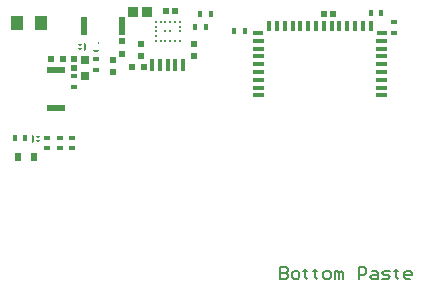
<source format=gbr>
G04 Layer_Color=128*
%FSLAX45Y45*%
%MOMM*%
%TF.FileFunction,Paste,Bot*%
%TF.Part,Single*%
%TFFileComment,The blind Vias under BGA and Other Pads are Via-In-Pad (VIP)*%
G01*
G75*
%TA.AperFunction,SMDPad,CuDef*%
%ADD28R,0.40000X0.60000*%
%ADD29R,0.60000X0.40000*%
%ADD31R,0.76200X0.76200*%
%ADD32R,0.56000X0.52000*%
%ADD33R,0.52000X0.56000*%
%TA.AperFunction,NonConductor*%
%ADD39C,0.15000*%
%TA.AperFunction,SMDPad,CuDef*%
%ADD67R,0.62000X0.52000*%
%ADD68R,0.43000X1.05000*%
%TA.AperFunction,SMDPad,SMDef*%
G04:AMPARAMS|DCode=69|XSize=0.195mm|YSize=0.6mm|CornerRadius=0.04875mm|HoleSize=0mm|Usage=FLASHONLY|Rotation=0.000|XOffset=0mm|YOffset=0mm|HoleType=Round|Shape=RoundedRectangle|*
%AMROUNDEDRECTD69*
21,1,0.19500,0.50250,0,0,0.0*
21,1,0.09750,0.60000,0,0,0.0*
1,1,0.09750,0.04875,-0.25125*
1,1,0.09750,-0.04875,-0.25125*
1,1,0.09750,-0.04875,0.25125*
1,1,0.09750,0.04875,0.25125*
%
%ADD69ROUNDEDRECTD69*%
%TA.AperFunction,SMDPad,CuDef*%
G04:AMPARAMS|DCode=73|XSize=0.25mm|YSize=0.5mm|CornerRadius=0.0625mm|HoleSize=0mm|Usage=FLASHONLY|Rotation=270.000|XOffset=0mm|YOffset=0mm|HoleType=Round|Shape=RoundedRectangle|*
%AMROUNDEDRECTD73*
21,1,0.25000,0.37500,0,0,270.0*
21,1,0.12500,0.50000,0,0,270.0*
1,1,0.12500,-0.18750,-0.06250*
1,1,0.12500,-0.18750,0.06250*
1,1,0.12500,0.18750,0.06250*
1,1,0.12500,0.18750,-0.06250*
%
%ADD73ROUNDEDRECTD73*%
%ADD74R,0.50000X0.80000*%
%ADD75R,1.00000X1.25000*%
%ADD76R,1.10000X1.25000*%
%ADD77R,0.60000X0.50000*%
%ADD78R,0.52000X0.62000*%
%TA.AperFunction,BGAPad,CuDef*%
%ADD80C,0.40640*%
%TA.AperFunction,SMDPad,CuDef*%
%ADD81R,0.73660X0.40640*%
%ADD82R,0.78740X0.40640*%
%ADD83R,0.40640X0.78740*%
%ADD84R,1.50000X0.55000*%
%ADD85R,0.55000X1.50000*%
%ADD86R,0.85000X0.90000*%
%TA.AperFunction,SMDPad,SMDef*%
G04:AMPARAMS|DCode=92|XSize=0.14mm|YSize=0.29mm|CornerRadius=0.02mm|HoleSize=0mm|Usage=FLASHONLY|Rotation=270.000|XOffset=0mm|YOffset=0mm|HoleType=Round|Shape=RoundedRectangle|*
%AMROUNDEDRECTD92*
21,1,0.14000,0.25000,0,0,270.0*
21,1,0.10000,0.29000,0,0,270.0*
1,1,0.04000,-0.12500,-0.05000*
1,1,0.04000,-0.12500,0.05000*
1,1,0.04000,0.12500,0.05000*
1,1,0.04000,0.12500,-0.05000*
%
%ADD92ROUNDEDRECTD92*%
%TA.AperFunction,SMDPad,CuDef*%
%ADD93R,0.10000X0.19000*%
G04:AMPARAMS|DCode=94|XSize=0.08mm|YSize=0.17mm|CornerRadius=0mm|HoleSize=0mm|Usage=FLASHONLY|Rotation=180.000|XOffset=0mm|YOffset=0mm|HoleType=Round|Shape=RoundedRectangle|*
%AMROUNDEDRECTD94*
21,1,0.08000,0.17000,0,0,180.0*
21,1,0.08000,0.17000,0,0,180.0*
1,1,0.00000,-0.04000,0.08500*
1,1,0.00000,0.04000,0.08500*
1,1,0.00000,0.04000,-0.08500*
1,1,0.00000,-0.04000,-0.08500*
%
%ADD94ROUNDEDRECTD94*%
%TA.AperFunction,BGAPad,SMDef*%
%ADD95C,0.15000*%
%ADD96C,0.23000*%
D28*
X1082629Y16386D02*
D03*
X1172629D02*
D03*
X1216629Y120386D02*
D03*
X1126629D02*
D03*
X2567459Y128876D02*
D03*
X2657459D02*
D03*
X1501969Y-18684D02*
D03*
X1411968D02*
D03*
X-354371Y-928614D02*
D03*
X-444371D02*
D03*
D29*
X42370Y-923614D02*
D03*
Y-1013614D02*
D03*
X-63501D02*
D03*
Y-923614D02*
D03*
X2765009Y52426D02*
D03*
Y-37574D02*
D03*
X55629Y-489954D02*
D03*
Y-399954D02*
D03*
X240429Y-347234D02*
D03*
Y-257234D02*
D03*
X-169371Y-923614D02*
D03*
Y-1013614D02*
D03*
D31*
X149919Y-262514D02*
D03*
Y-402214D02*
D03*
D32*
X909629Y151386D02*
D03*
X831629D02*
D03*
X2249039Y123876D02*
D03*
X2171039D02*
D03*
D33*
X55629Y-253584D02*
D03*
Y-331584D02*
D03*
D39*
X1799430Y-2022042D02*
Y-2122009D01*
X1849414D01*
X1866076Y-2105348D01*
Y-2088687D01*
X1849414Y-2072026D01*
X1799430D01*
X1849414D01*
X1866076Y-2055364D01*
Y-2038703D01*
X1849414Y-2022042D01*
X1799430D01*
X1916060Y-2122009D02*
X1949382D01*
X1966043Y-2105348D01*
Y-2072026D01*
X1949382Y-2055364D01*
X1916060D01*
X1899398Y-2072026D01*
Y-2105348D01*
X1916060Y-2122009D01*
X2016027Y-2038703D02*
Y-2055364D01*
X1999366D01*
X2032689D01*
X2016027D01*
Y-2105348D01*
X2032689Y-2122009D01*
X2099334Y-2038703D02*
Y-2055364D01*
X2082672D01*
X2115995D01*
X2099334D01*
Y-2105348D01*
X2115995Y-2122009D01*
X2182640D02*
X2215963D01*
X2232624Y-2105348D01*
Y-2072026D01*
X2215963Y-2055364D01*
X2182640D01*
X2165979Y-2072026D01*
Y-2105348D01*
X2182640Y-2122009D01*
X2265947D02*
Y-2055364D01*
X2282608D01*
X2299269Y-2072026D01*
Y-2122009D01*
Y-2072026D01*
X2315931Y-2055364D01*
X2332592Y-2072026D01*
Y-2122009D01*
X2465882D02*
Y-2022042D01*
X2515866D01*
X2532527Y-2038703D01*
Y-2072026D01*
X2515866Y-2088687D01*
X2465882D01*
X2582511Y-2055364D02*
X2615834D01*
X2632495Y-2072026D01*
Y-2122009D01*
X2582511D01*
X2565850Y-2105348D01*
X2582511Y-2088687D01*
X2632495D01*
X2665818Y-2122009D02*
X2715802D01*
X2732463Y-2105348D01*
X2715802Y-2088687D01*
X2682479D01*
X2665818Y-2072026D01*
X2682479Y-2055364D01*
X2732463D01*
X2782447Y-2038703D02*
Y-2055364D01*
X2765786D01*
X2799108D01*
X2782447D01*
Y-2105348D01*
X2799108Y-2122009D01*
X2899076D02*
X2865753D01*
X2849092Y-2105348D01*
Y-2072026D01*
X2865753Y-2055364D01*
X2899076D01*
X2915737Y-2072026D01*
Y-2088687D01*
X2849092D01*
D67*
X384900Y-365900D02*
D03*
Y-263900D02*
D03*
X463629Y-108614D02*
D03*
Y-210614D02*
D03*
D68*
X850631Y-305609D02*
D03*
X785630D02*
D03*
X915631D02*
D03*
X980631D02*
D03*
X720631D02*
D03*
D69*
X150919Y-155054D02*
D03*
X-289371Y-931114D02*
D03*
D73*
X243789Y-185554D02*
D03*
D74*
X-416871Y-1084615D02*
D03*
X-281871D02*
D03*
D75*
X-219371Y50386D02*
D03*
D76*
X-429371D02*
D03*
D77*
X1070789Y-133644D02*
D03*
Y-233644D02*
D03*
X625629Y-133614D02*
D03*
Y-233614D02*
D03*
D78*
X-140371Y-258614D02*
D03*
X-38371D02*
D03*
X646629Y-323614D02*
D03*
X544629D02*
D03*
D80*
X1589609Y-37694D02*
D03*
Y-103734D02*
D03*
Y-169774D02*
D03*
Y-235814D02*
D03*
Y-301854D02*
D03*
Y-367894D02*
D03*
Y-433934D02*
D03*
Y-499974D02*
D03*
Y-566014D02*
D03*
X2689429D02*
D03*
Y-499974D02*
D03*
Y-433934D02*
D03*
Y-367894D02*
D03*
Y-301854D02*
D03*
Y-235814D02*
D03*
Y-169774D02*
D03*
Y-103734D02*
D03*
Y-37694D02*
D03*
X2567509Y51206D02*
D03*
X2501469D02*
D03*
X2435429D02*
D03*
X2369389D02*
D03*
X2303349D02*
D03*
X2237309D02*
D03*
X2171269D02*
D03*
X2105229D02*
D03*
X2039189D02*
D03*
X1973149D02*
D03*
X1907109D02*
D03*
X1841069D02*
D03*
X1775029D02*
D03*
X1708989D02*
D03*
D81*
X1626439Y-37694D02*
D03*
X2652599D02*
D03*
D82*
X1628979Y-103734D02*
D03*
Y-169774D02*
D03*
Y-235814D02*
D03*
Y-301854D02*
D03*
Y-367894D02*
D03*
Y-433934D02*
D03*
Y-499974D02*
D03*
Y-566014D02*
D03*
X2650059D02*
D03*
Y-499974D02*
D03*
Y-433934D02*
D03*
Y-367894D02*
D03*
Y-301854D02*
D03*
Y-235814D02*
D03*
Y-169774D02*
D03*
Y-103734D02*
D03*
D83*
X2567509Y11836D02*
D03*
X2501469D02*
D03*
X2435429D02*
D03*
X2369389D02*
D03*
X2303349D02*
D03*
X2237309D02*
D03*
X2171269D02*
D03*
X2105229D02*
D03*
X2039189D02*
D03*
X1973149D02*
D03*
X1907109D02*
D03*
X1841069D02*
D03*
X1775029D02*
D03*
X1708989D02*
D03*
D84*
X-94566Y-347114D02*
D03*
Y-672114D02*
D03*
D85*
X138129Y26386D02*
D03*
X463129D02*
D03*
D86*
X675289Y141666D02*
D03*
X555289D02*
D03*
D92*
X110919Y-137554D02*
D03*
Y-172554D02*
D03*
X-249371Y-913614D02*
D03*
Y-948614D02*
D03*
D93*
X226289Y-120554D02*
D03*
D94*
X261289D02*
D03*
D95*
X910629Y-23614D02*
D03*
Y16386D02*
D03*
X870629D02*
D03*
X830629D02*
D03*
X950629Y-63614D02*
D03*
X910629D02*
D03*
X870629D02*
D03*
X830629D02*
D03*
X790629D02*
D03*
Y-23614D02*
D03*
Y16386D02*
D03*
D96*
X750629Y56386D02*
D03*
Y16386D02*
D03*
Y-23614D02*
D03*
Y-103614D02*
D03*
X790629Y56386D02*
D03*
Y-103614D02*
D03*
X830629Y56386D02*
D03*
Y-23614D02*
D03*
Y-103614D02*
D03*
X870629Y56386D02*
D03*
Y-23614D02*
D03*
Y-103614D02*
D03*
X910629Y56386D02*
D03*
Y-103614D02*
D03*
X950629Y56386D02*
D03*
Y16386D02*
D03*
Y-23614D02*
D03*
Y-103614D02*
D03*
X750629Y-63614D02*
D03*
%TF.MD5,ebca9e1179d13d790a62a11d4f3cf57a*%
M02*

</source>
